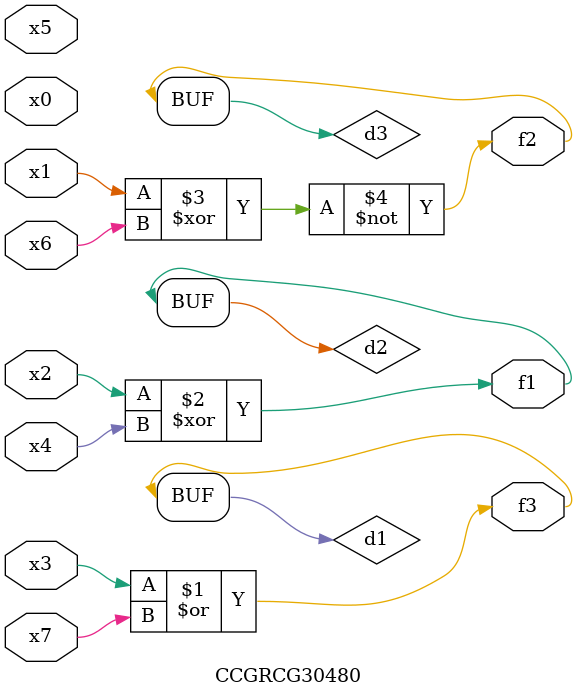
<source format=v>
module CCGRCG30480(
	input x0, x1, x2, x3, x4, x5, x6, x7,
	output f1, f2, f3
);

	wire d1, d2, d3;

	or (d1, x3, x7);
	xor (d2, x2, x4);
	xnor (d3, x1, x6);
	assign f1 = d2;
	assign f2 = d3;
	assign f3 = d1;
endmodule

</source>
